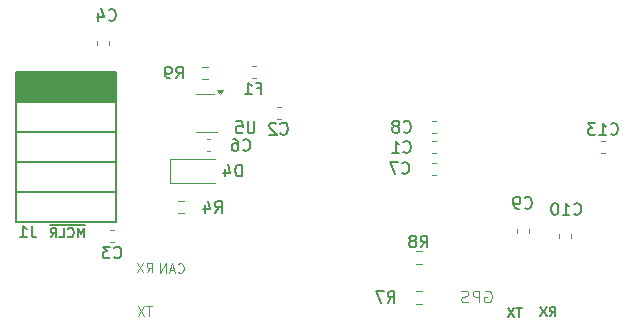
<source format=gbo>
%TF.GenerationSoftware,KiCad,Pcbnew,9.0.5+dfsg-1*%
%TF.CreationDate,2026-01-16T04:56:34+00:00*%
%TF.ProjectId,gps_2,6770735f-322e-46b6-9963-61645f706362,AA*%
%TF.SameCoordinates,Original*%
%TF.FileFunction,Legend,Bot*%
%TF.FilePolarity,Positive*%
%FSLAX46Y46*%
G04 Gerber Fmt 4.6, Leading zero omitted, Abs format (unit mm)*
G04 Created by KiCad (PCBNEW 9.0.5+dfsg-1) date 2026-01-16 04:56:34*
%MOMM*%
%LPD*%
G01*
G04 APERTURE LIST*
%ADD10C,0.125000*%
%ADD11C,0.150000*%
%ADD12C,0.100000*%
%ADD13C,0.160020*%
%ADD14C,0.120000*%
G04 APERTURE END LIST*
D10*
X170055859Y-126468738D02*
X170151097Y-126421119D01*
X170151097Y-126421119D02*
X170293954Y-126421119D01*
X170293954Y-126421119D02*
X170436811Y-126468738D01*
X170436811Y-126468738D02*
X170532049Y-126563976D01*
X170532049Y-126563976D02*
X170579668Y-126659214D01*
X170579668Y-126659214D02*
X170627287Y-126849690D01*
X170627287Y-126849690D02*
X170627287Y-126992547D01*
X170627287Y-126992547D02*
X170579668Y-127183023D01*
X170579668Y-127183023D02*
X170532049Y-127278261D01*
X170532049Y-127278261D02*
X170436811Y-127373500D01*
X170436811Y-127373500D02*
X170293954Y-127421119D01*
X170293954Y-127421119D02*
X170198716Y-127421119D01*
X170198716Y-127421119D02*
X170055859Y-127373500D01*
X170055859Y-127373500D02*
X170008240Y-127325880D01*
X170008240Y-127325880D02*
X170008240Y-126992547D01*
X170008240Y-126992547D02*
X170198716Y-126992547D01*
X169579668Y-127421119D02*
X169579668Y-126421119D01*
X169579668Y-126421119D02*
X169198716Y-126421119D01*
X169198716Y-126421119D02*
X169103478Y-126468738D01*
X169103478Y-126468738D02*
X169055859Y-126516357D01*
X169055859Y-126516357D02*
X169008240Y-126611595D01*
X169008240Y-126611595D02*
X169008240Y-126754452D01*
X169008240Y-126754452D02*
X169055859Y-126849690D01*
X169055859Y-126849690D02*
X169103478Y-126897309D01*
X169103478Y-126897309D02*
X169198716Y-126944928D01*
X169198716Y-126944928D02*
X169579668Y-126944928D01*
X168627287Y-127373500D02*
X168484430Y-127421119D01*
X168484430Y-127421119D02*
X168246335Y-127421119D01*
X168246335Y-127421119D02*
X168151097Y-127373500D01*
X168151097Y-127373500D02*
X168103478Y-127325880D01*
X168103478Y-127325880D02*
X168055859Y-127230642D01*
X168055859Y-127230642D02*
X168055859Y-127135404D01*
X168055859Y-127135404D02*
X168103478Y-127040166D01*
X168103478Y-127040166D02*
X168151097Y-126992547D01*
X168151097Y-126992547D02*
X168246335Y-126944928D01*
X168246335Y-126944928D02*
X168436811Y-126897309D01*
X168436811Y-126897309D02*
X168532049Y-126849690D01*
X168532049Y-126849690D02*
X168579668Y-126802071D01*
X168579668Y-126802071D02*
X168627287Y-126706833D01*
X168627287Y-126706833D02*
X168627287Y-126611595D01*
X168627287Y-126611595D02*
X168579668Y-126516357D01*
X168579668Y-126516357D02*
X168532049Y-126468738D01*
X168532049Y-126468738D02*
X168436811Y-126421119D01*
X168436811Y-126421119D02*
X168198716Y-126421119D01*
X168198716Y-126421119D02*
X168055859Y-126468738D01*
D11*
X173177123Y-127883095D02*
X172719980Y-127883095D01*
X172948552Y-128683095D02*
X172948552Y-127883095D01*
X172529504Y-127883095D02*
X171996170Y-128683095D01*
X171996170Y-127883095D02*
X172529504Y-128683095D01*
D12*
X141833523Y-127758695D02*
X141376380Y-127758695D01*
X141604952Y-128558695D02*
X141604952Y-127758695D01*
X141185904Y-127758695D02*
X140652570Y-128558695D01*
X140652570Y-127758695D02*
X141185904Y-128558695D01*
D11*
X175553332Y-128606895D02*
X175819999Y-128225942D01*
X176010475Y-128606895D02*
X176010475Y-127806895D01*
X176010475Y-127806895D02*
X175705713Y-127806895D01*
X175705713Y-127806895D02*
X175629523Y-127844990D01*
X175629523Y-127844990D02*
X175591428Y-127883085D01*
X175591428Y-127883085D02*
X175553332Y-127959276D01*
X175553332Y-127959276D02*
X175553332Y-128073561D01*
X175553332Y-128073561D02*
X175591428Y-128149752D01*
X175591428Y-128149752D02*
X175629523Y-128187847D01*
X175629523Y-128187847D02*
X175705713Y-128225942D01*
X175705713Y-128225942D02*
X176010475Y-128225942D01*
X175286666Y-127806895D02*
X174753332Y-128606895D01*
X174753332Y-127806895D02*
X175286666Y-128606895D01*
D12*
X144066591Y-124839504D02*
X144104687Y-124877600D01*
X144104687Y-124877600D02*
X144218972Y-124915695D01*
X144218972Y-124915695D02*
X144295163Y-124915695D01*
X144295163Y-124915695D02*
X144409449Y-124877600D01*
X144409449Y-124877600D02*
X144485639Y-124801409D01*
X144485639Y-124801409D02*
X144523734Y-124725219D01*
X144523734Y-124725219D02*
X144561830Y-124572838D01*
X144561830Y-124572838D02*
X144561830Y-124458552D01*
X144561830Y-124458552D02*
X144523734Y-124306171D01*
X144523734Y-124306171D02*
X144485639Y-124229980D01*
X144485639Y-124229980D02*
X144409449Y-124153790D01*
X144409449Y-124153790D02*
X144295163Y-124115695D01*
X144295163Y-124115695D02*
X144218972Y-124115695D01*
X144218972Y-124115695D02*
X144104687Y-124153790D01*
X144104687Y-124153790D02*
X144066591Y-124191885D01*
X143761830Y-124687123D02*
X143380877Y-124687123D01*
X143838020Y-124915695D02*
X143571353Y-124115695D01*
X143571353Y-124115695D02*
X143304687Y-124915695D01*
X143038020Y-124915695D02*
X143038020Y-124115695D01*
X143038020Y-124115695D02*
X142580877Y-124915695D01*
X142580877Y-124915695D02*
X142580877Y-124115695D01*
X141408132Y-124875695D02*
X141674799Y-124494742D01*
X141865275Y-124875695D02*
X141865275Y-124075695D01*
X141865275Y-124075695D02*
X141560513Y-124075695D01*
X141560513Y-124075695D02*
X141484323Y-124113790D01*
X141484323Y-124113790D02*
X141446228Y-124151885D01*
X141446228Y-124151885D02*
X141408132Y-124228076D01*
X141408132Y-124228076D02*
X141408132Y-124342361D01*
X141408132Y-124342361D02*
X141446228Y-124418552D01*
X141446228Y-124418552D02*
X141484323Y-124456647D01*
X141484323Y-124456647D02*
X141560513Y-124494742D01*
X141560513Y-124494742D02*
X141865275Y-124494742D01*
X141141466Y-124075695D02*
X140608132Y-124875695D01*
X140608132Y-124075695D02*
X141141466Y-124875695D01*
D13*
X136104224Y-121893761D02*
X136104224Y-121093661D01*
X136104224Y-121093661D02*
X135837524Y-121665161D01*
X135837524Y-121665161D02*
X135570824Y-121093661D01*
X135570824Y-121093661D02*
X135570824Y-121893761D01*
X134732624Y-121817561D02*
X134770724Y-121855661D01*
X134770724Y-121855661D02*
X134885024Y-121893761D01*
X134885024Y-121893761D02*
X134961224Y-121893761D01*
X134961224Y-121893761D02*
X135075524Y-121855661D01*
X135075524Y-121855661D02*
X135151724Y-121779461D01*
X135151724Y-121779461D02*
X135189824Y-121703261D01*
X135189824Y-121703261D02*
X135227924Y-121550861D01*
X135227924Y-121550861D02*
X135227924Y-121436561D01*
X135227924Y-121436561D02*
X135189824Y-121284161D01*
X135189824Y-121284161D02*
X135151724Y-121207961D01*
X135151724Y-121207961D02*
X135075524Y-121131761D01*
X135075524Y-121131761D02*
X134961224Y-121093661D01*
X134961224Y-121093661D02*
X134885024Y-121093661D01*
X134885024Y-121093661D02*
X134770724Y-121131761D01*
X134770724Y-121131761D02*
X134732624Y-121169861D01*
X134008724Y-121893761D02*
X134389724Y-121893761D01*
X134389724Y-121893761D02*
X134389724Y-121093661D01*
X133284824Y-121893761D02*
X133551524Y-121512761D01*
X133742024Y-121893761D02*
X133742024Y-121093661D01*
X133742024Y-121093661D02*
X133437224Y-121093661D01*
X133437224Y-121093661D02*
X133361024Y-121131761D01*
X133361024Y-121131761D02*
X133322924Y-121169861D01*
X133322924Y-121169861D02*
X133284824Y-121246061D01*
X133284824Y-121246061D02*
X133284824Y-121360361D01*
X133284824Y-121360361D02*
X133322924Y-121436561D01*
X133322924Y-121436561D02*
X133361024Y-121474661D01*
X133361024Y-121474661D02*
X133437224Y-121512761D01*
X133437224Y-121512761D02*
X133742024Y-121512761D01*
X136214714Y-120871538D02*
X133212434Y-120871538D01*
D11*
X150777533Y-109278009D02*
X151110866Y-109278009D01*
X151110866Y-109801819D02*
X151110866Y-108801819D01*
X151110866Y-108801819D02*
X150634676Y-108801819D01*
X149729914Y-109801819D02*
X150301342Y-109801819D01*
X150015628Y-109801819D02*
X150015628Y-108801819D01*
X150015628Y-108801819D02*
X150110866Y-108944676D01*
X150110866Y-108944676D02*
X150206104Y-109039914D01*
X150206104Y-109039914D02*
X150301342Y-109087533D01*
X131676733Y-120917619D02*
X131676733Y-121631904D01*
X131676733Y-121631904D02*
X131724352Y-121774761D01*
X131724352Y-121774761D02*
X131819590Y-121870000D01*
X131819590Y-121870000D02*
X131962447Y-121917619D01*
X131962447Y-121917619D02*
X132057685Y-121917619D01*
X130676733Y-121917619D02*
X131248161Y-121917619D01*
X130962447Y-121917619D02*
X130962447Y-120917619D01*
X130962447Y-120917619D02*
X131057685Y-121060476D01*
X131057685Y-121060476D02*
X131152923Y-121155714D01*
X131152923Y-121155714D02*
X131248161Y-121203333D01*
X138190266Y-103483580D02*
X138237885Y-103531200D01*
X138237885Y-103531200D02*
X138380742Y-103578819D01*
X138380742Y-103578819D02*
X138475980Y-103578819D01*
X138475980Y-103578819D02*
X138618837Y-103531200D01*
X138618837Y-103531200D02*
X138714075Y-103435961D01*
X138714075Y-103435961D02*
X138761694Y-103340723D01*
X138761694Y-103340723D02*
X138809313Y-103150247D01*
X138809313Y-103150247D02*
X138809313Y-103007390D01*
X138809313Y-103007390D02*
X138761694Y-102816914D01*
X138761694Y-102816914D02*
X138714075Y-102721676D01*
X138714075Y-102721676D02*
X138618837Y-102626438D01*
X138618837Y-102626438D02*
X138475980Y-102578819D01*
X138475980Y-102578819D02*
X138380742Y-102578819D01*
X138380742Y-102578819D02*
X138237885Y-102626438D01*
X138237885Y-102626438D02*
X138190266Y-102674057D01*
X137333123Y-102912152D02*
X137333123Y-103578819D01*
X137571218Y-102531200D02*
X137809313Y-103245485D01*
X137809313Y-103245485D02*
X137190266Y-103245485D01*
X149463094Y-116754819D02*
X149463094Y-115754819D01*
X149463094Y-115754819D02*
X149224999Y-115754819D01*
X149224999Y-115754819D02*
X149082142Y-115802438D01*
X149082142Y-115802438D02*
X148986904Y-115897676D01*
X148986904Y-115897676D02*
X148939285Y-115992914D01*
X148939285Y-115992914D02*
X148891666Y-116183390D01*
X148891666Y-116183390D02*
X148891666Y-116326247D01*
X148891666Y-116326247D02*
X148939285Y-116516723D01*
X148939285Y-116516723D02*
X148986904Y-116611961D01*
X148986904Y-116611961D02*
X149082142Y-116707200D01*
X149082142Y-116707200D02*
X149224999Y-116754819D01*
X149224999Y-116754819D02*
X149463094Y-116754819D01*
X148034523Y-116088152D02*
X148034523Y-116754819D01*
X148272618Y-115707200D02*
X148510713Y-116421485D01*
X148510713Y-116421485D02*
X147891666Y-116421485D01*
X147186666Y-119844819D02*
X147519999Y-119368628D01*
X147758094Y-119844819D02*
X147758094Y-118844819D01*
X147758094Y-118844819D02*
X147377142Y-118844819D01*
X147377142Y-118844819D02*
X147281904Y-118892438D01*
X147281904Y-118892438D02*
X147234285Y-118940057D01*
X147234285Y-118940057D02*
X147186666Y-119035295D01*
X147186666Y-119035295D02*
X147186666Y-119178152D01*
X147186666Y-119178152D02*
X147234285Y-119273390D01*
X147234285Y-119273390D02*
X147281904Y-119321009D01*
X147281904Y-119321009D02*
X147377142Y-119368628D01*
X147377142Y-119368628D02*
X147758094Y-119368628D01*
X146329523Y-119178152D02*
X146329523Y-119844819D01*
X146567618Y-118797200D02*
X146805713Y-119511485D01*
X146805713Y-119511485D02*
X146186666Y-119511485D01*
X161809166Y-127464819D02*
X162142499Y-126988628D01*
X162380594Y-127464819D02*
X162380594Y-126464819D01*
X162380594Y-126464819D02*
X161999642Y-126464819D01*
X161999642Y-126464819D02*
X161904404Y-126512438D01*
X161904404Y-126512438D02*
X161856785Y-126560057D01*
X161856785Y-126560057D02*
X161809166Y-126655295D01*
X161809166Y-126655295D02*
X161809166Y-126798152D01*
X161809166Y-126798152D02*
X161856785Y-126893390D01*
X161856785Y-126893390D02*
X161904404Y-126941009D01*
X161904404Y-126941009D02*
X161999642Y-126988628D01*
X161999642Y-126988628D02*
X162380594Y-126988628D01*
X161475832Y-126464819D02*
X160809166Y-126464819D01*
X160809166Y-126464819D02*
X161237737Y-127464819D01*
X150531904Y-112094819D02*
X150531904Y-112904342D01*
X150531904Y-112904342D02*
X150484285Y-112999580D01*
X150484285Y-112999580D02*
X150436666Y-113047200D01*
X150436666Y-113047200D02*
X150341428Y-113094819D01*
X150341428Y-113094819D02*
X150150952Y-113094819D01*
X150150952Y-113094819D02*
X150055714Y-113047200D01*
X150055714Y-113047200D02*
X150008095Y-112999580D01*
X150008095Y-112999580D02*
X149960476Y-112904342D01*
X149960476Y-112904342D02*
X149960476Y-112094819D01*
X149008095Y-112094819D02*
X149484285Y-112094819D01*
X149484285Y-112094819D02*
X149531904Y-112571009D01*
X149531904Y-112571009D02*
X149484285Y-112523390D01*
X149484285Y-112523390D02*
X149389047Y-112475771D01*
X149389047Y-112475771D02*
X149150952Y-112475771D01*
X149150952Y-112475771D02*
X149055714Y-112523390D01*
X149055714Y-112523390D02*
X149008095Y-112571009D01*
X149008095Y-112571009D02*
X148960476Y-112666247D01*
X148960476Y-112666247D02*
X148960476Y-112904342D01*
X148960476Y-112904342D02*
X149008095Y-112999580D01*
X149008095Y-112999580D02*
X149055714Y-113047200D01*
X149055714Y-113047200D02*
X149150952Y-113094819D01*
X149150952Y-113094819D02*
X149389047Y-113094819D01*
X149389047Y-113094819D02*
X149484285Y-113047200D01*
X149484285Y-113047200D02*
X149531904Y-112999580D01*
X138647466Y-123600380D02*
X138695085Y-123648000D01*
X138695085Y-123648000D02*
X138837942Y-123695619D01*
X138837942Y-123695619D02*
X138933180Y-123695619D01*
X138933180Y-123695619D02*
X139076037Y-123648000D01*
X139076037Y-123648000D02*
X139171275Y-123552761D01*
X139171275Y-123552761D02*
X139218894Y-123457523D01*
X139218894Y-123457523D02*
X139266513Y-123267047D01*
X139266513Y-123267047D02*
X139266513Y-123124190D01*
X139266513Y-123124190D02*
X139218894Y-122933714D01*
X139218894Y-122933714D02*
X139171275Y-122838476D01*
X139171275Y-122838476D02*
X139076037Y-122743238D01*
X139076037Y-122743238D02*
X138933180Y-122695619D01*
X138933180Y-122695619D02*
X138837942Y-122695619D01*
X138837942Y-122695619D02*
X138695085Y-122743238D01*
X138695085Y-122743238D02*
X138647466Y-122790857D01*
X138314132Y-122695619D02*
X137695085Y-122695619D01*
X137695085Y-122695619D02*
X138028418Y-123076571D01*
X138028418Y-123076571D02*
X137885561Y-123076571D01*
X137885561Y-123076571D02*
X137790323Y-123124190D01*
X137790323Y-123124190D02*
X137742704Y-123171809D01*
X137742704Y-123171809D02*
X137695085Y-123267047D01*
X137695085Y-123267047D02*
X137695085Y-123505142D01*
X137695085Y-123505142D02*
X137742704Y-123600380D01*
X137742704Y-123600380D02*
X137790323Y-123648000D01*
X137790323Y-123648000D02*
X137885561Y-123695619D01*
X137885561Y-123695619D02*
X138171275Y-123695619D01*
X138171275Y-123695619D02*
X138266513Y-123648000D01*
X138266513Y-123648000D02*
X138314132Y-123600380D01*
X149566666Y-114484580D02*
X149614285Y-114532200D01*
X149614285Y-114532200D02*
X149757142Y-114579819D01*
X149757142Y-114579819D02*
X149852380Y-114579819D01*
X149852380Y-114579819D02*
X149995237Y-114532200D01*
X149995237Y-114532200D02*
X150090475Y-114436961D01*
X150090475Y-114436961D02*
X150138094Y-114341723D01*
X150138094Y-114341723D02*
X150185713Y-114151247D01*
X150185713Y-114151247D02*
X150185713Y-114008390D01*
X150185713Y-114008390D02*
X150138094Y-113817914D01*
X150138094Y-113817914D02*
X150090475Y-113722676D01*
X150090475Y-113722676D02*
X149995237Y-113627438D01*
X149995237Y-113627438D02*
X149852380Y-113579819D01*
X149852380Y-113579819D02*
X149757142Y-113579819D01*
X149757142Y-113579819D02*
X149614285Y-113627438D01*
X149614285Y-113627438D02*
X149566666Y-113675057D01*
X148709523Y-113579819D02*
X148899999Y-113579819D01*
X148899999Y-113579819D02*
X148995237Y-113627438D01*
X148995237Y-113627438D02*
X149042856Y-113675057D01*
X149042856Y-113675057D02*
X149138094Y-113817914D01*
X149138094Y-113817914D02*
X149185713Y-114008390D01*
X149185713Y-114008390D02*
X149185713Y-114389342D01*
X149185713Y-114389342D02*
X149138094Y-114484580D01*
X149138094Y-114484580D02*
X149090475Y-114532200D01*
X149090475Y-114532200D02*
X148995237Y-114579819D01*
X148995237Y-114579819D02*
X148804761Y-114579819D01*
X148804761Y-114579819D02*
X148709523Y-114532200D01*
X148709523Y-114532200D02*
X148661904Y-114484580D01*
X148661904Y-114484580D02*
X148614285Y-114389342D01*
X148614285Y-114389342D02*
X148614285Y-114151247D01*
X148614285Y-114151247D02*
X148661904Y-114056009D01*
X148661904Y-114056009D02*
X148709523Y-114008390D01*
X148709523Y-114008390D02*
X148804761Y-113960771D01*
X148804761Y-113960771D02*
X148995237Y-113960771D01*
X148995237Y-113960771D02*
X149090475Y-114008390D01*
X149090475Y-114008390D02*
X149138094Y-114056009D01*
X149138094Y-114056009D02*
X149185713Y-114151247D01*
X152744466Y-113110180D02*
X152792085Y-113157800D01*
X152792085Y-113157800D02*
X152934942Y-113205419D01*
X152934942Y-113205419D02*
X153030180Y-113205419D01*
X153030180Y-113205419D02*
X153173037Y-113157800D01*
X153173037Y-113157800D02*
X153268275Y-113062561D01*
X153268275Y-113062561D02*
X153315894Y-112967323D01*
X153315894Y-112967323D02*
X153363513Y-112776847D01*
X153363513Y-112776847D02*
X153363513Y-112633990D01*
X153363513Y-112633990D02*
X153315894Y-112443514D01*
X153315894Y-112443514D02*
X153268275Y-112348276D01*
X153268275Y-112348276D02*
X153173037Y-112253038D01*
X153173037Y-112253038D02*
X153030180Y-112205419D01*
X153030180Y-112205419D02*
X152934942Y-112205419D01*
X152934942Y-112205419D02*
X152792085Y-112253038D01*
X152792085Y-112253038D02*
X152744466Y-112300657D01*
X152363513Y-112300657D02*
X152315894Y-112253038D01*
X152315894Y-112253038D02*
X152220656Y-112205419D01*
X152220656Y-112205419D02*
X151982561Y-112205419D01*
X151982561Y-112205419D02*
X151887323Y-112253038D01*
X151887323Y-112253038D02*
X151839704Y-112300657D01*
X151839704Y-112300657D02*
X151792085Y-112395895D01*
X151792085Y-112395895D02*
X151792085Y-112491133D01*
X151792085Y-112491133D02*
X151839704Y-112633990D01*
X151839704Y-112633990D02*
X152411132Y-113205419D01*
X152411132Y-113205419D02*
X151792085Y-113205419D01*
X143905266Y-108454819D02*
X144238599Y-107978628D01*
X144476694Y-108454819D02*
X144476694Y-107454819D01*
X144476694Y-107454819D02*
X144095742Y-107454819D01*
X144095742Y-107454819D02*
X144000504Y-107502438D01*
X144000504Y-107502438D02*
X143952885Y-107550057D01*
X143952885Y-107550057D02*
X143905266Y-107645295D01*
X143905266Y-107645295D02*
X143905266Y-107788152D01*
X143905266Y-107788152D02*
X143952885Y-107883390D01*
X143952885Y-107883390D02*
X144000504Y-107931009D01*
X144000504Y-107931009D02*
X144095742Y-107978628D01*
X144095742Y-107978628D02*
X144476694Y-107978628D01*
X143429075Y-108454819D02*
X143238599Y-108454819D01*
X143238599Y-108454819D02*
X143143361Y-108407200D01*
X143143361Y-108407200D02*
X143095742Y-108359580D01*
X143095742Y-108359580D02*
X143000504Y-108216723D01*
X143000504Y-108216723D02*
X142952885Y-108026247D01*
X142952885Y-108026247D02*
X142952885Y-107645295D01*
X142952885Y-107645295D02*
X143000504Y-107550057D01*
X143000504Y-107550057D02*
X143048123Y-107502438D01*
X143048123Y-107502438D02*
X143143361Y-107454819D01*
X143143361Y-107454819D02*
X143333837Y-107454819D01*
X143333837Y-107454819D02*
X143429075Y-107502438D01*
X143429075Y-107502438D02*
X143476694Y-107550057D01*
X143476694Y-107550057D02*
X143524313Y-107645295D01*
X143524313Y-107645295D02*
X143524313Y-107883390D01*
X143524313Y-107883390D02*
X143476694Y-107978628D01*
X143476694Y-107978628D02*
X143429075Y-108026247D01*
X143429075Y-108026247D02*
X143333837Y-108073866D01*
X143333837Y-108073866D02*
X143143361Y-108073866D01*
X143143361Y-108073866D02*
X143048123Y-108026247D01*
X143048123Y-108026247D02*
X143000504Y-107978628D01*
X143000504Y-107978628D02*
X142952885Y-107883390D01*
X164606666Y-122755819D02*
X164939999Y-122279628D01*
X165178094Y-122755819D02*
X165178094Y-121755819D01*
X165178094Y-121755819D02*
X164797142Y-121755819D01*
X164797142Y-121755819D02*
X164701904Y-121803438D01*
X164701904Y-121803438D02*
X164654285Y-121851057D01*
X164654285Y-121851057D02*
X164606666Y-121946295D01*
X164606666Y-121946295D02*
X164606666Y-122089152D01*
X164606666Y-122089152D02*
X164654285Y-122184390D01*
X164654285Y-122184390D02*
X164701904Y-122232009D01*
X164701904Y-122232009D02*
X164797142Y-122279628D01*
X164797142Y-122279628D02*
X165178094Y-122279628D01*
X164035237Y-122184390D02*
X164130475Y-122136771D01*
X164130475Y-122136771D02*
X164178094Y-122089152D01*
X164178094Y-122089152D02*
X164225713Y-121993914D01*
X164225713Y-121993914D02*
X164225713Y-121946295D01*
X164225713Y-121946295D02*
X164178094Y-121851057D01*
X164178094Y-121851057D02*
X164130475Y-121803438D01*
X164130475Y-121803438D02*
X164035237Y-121755819D01*
X164035237Y-121755819D02*
X163844761Y-121755819D01*
X163844761Y-121755819D02*
X163749523Y-121803438D01*
X163749523Y-121803438D02*
X163701904Y-121851057D01*
X163701904Y-121851057D02*
X163654285Y-121946295D01*
X163654285Y-121946295D02*
X163654285Y-121993914D01*
X163654285Y-121993914D02*
X163701904Y-122089152D01*
X163701904Y-122089152D02*
X163749523Y-122136771D01*
X163749523Y-122136771D02*
X163844761Y-122184390D01*
X163844761Y-122184390D02*
X164035237Y-122184390D01*
X164035237Y-122184390D02*
X164130475Y-122232009D01*
X164130475Y-122232009D02*
X164178094Y-122279628D01*
X164178094Y-122279628D02*
X164225713Y-122374866D01*
X164225713Y-122374866D02*
X164225713Y-122565342D01*
X164225713Y-122565342D02*
X164178094Y-122660580D01*
X164178094Y-122660580D02*
X164130475Y-122708200D01*
X164130475Y-122708200D02*
X164035237Y-122755819D01*
X164035237Y-122755819D02*
X163844761Y-122755819D01*
X163844761Y-122755819D02*
X163749523Y-122708200D01*
X163749523Y-122708200D02*
X163701904Y-122660580D01*
X163701904Y-122660580D02*
X163654285Y-122565342D01*
X163654285Y-122565342D02*
X163654285Y-122374866D01*
X163654285Y-122374866D02*
X163701904Y-122279628D01*
X163701904Y-122279628D02*
X163749523Y-122232009D01*
X163749523Y-122232009D02*
X163844761Y-122184390D01*
X180695357Y-113149580D02*
X180742976Y-113197200D01*
X180742976Y-113197200D02*
X180885833Y-113244819D01*
X180885833Y-113244819D02*
X180981071Y-113244819D01*
X180981071Y-113244819D02*
X181123928Y-113197200D01*
X181123928Y-113197200D02*
X181219166Y-113101961D01*
X181219166Y-113101961D02*
X181266785Y-113006723D01*
X181266785Y-113006723D02*
X181314404Y-112816247D01*
X181314404Y-112816247D02*
X181314404Y-112673390D01*
X181314404Y-112673390D02*
X181266785Y-112482914D01*
X181266785Y-112482914D02*
X181219166Y-112387676D01*
X181219166Y-112387676D02*
X181123928Y-112292438D01*
X181123928Y-112292438D02*
X180981071Y-112244819D01*
X180981071Y-112244819D02*
X180885833Y-112244819D01*
X180885833Y-112244819D02*
X180742976Y-112292438D01*
X180742976Y-112292438D02*
X180695357Y-112340057D01*
X179742976Y-113244819D02*
X180314404Y-113244819D01*
X180028690Y-113244819D02*
X180028690Y-112244819D01*
X180028690Y-112244819D02*
X180123928Y-112387676D01*
X180123928Y-112387676D02*
X180219166Y-112482914D01*
X180219166Y-112482914D02*
X180314404Y-112530533D01*
X179409642Y-112244819D02*
X178790595Y-112244819D01*
X178790595Y-112244819D02*
X179123928Y-112625771D01*
X179123928Y-112625771D02*
X178981071Y-112625771D01*
X178981071Y-112625771D02*
X178885833Y-112673390D01*
X178885833Y-112673390D02*
X178838214Y-112721009D01*
X178838214Y-112721009D02*
X178790595Y-112816247D01*
X178790595Y-112816247D02*
X178790595Y-113054342D01*
X178790595Y-113054342D02*
X178838214Y-113149580D01*
X178838214Y-113149580D02*
X178885833Y-113197200D01*
X178885833Y-113197200D02*
X178981071Y-113244819D01*
X178981071Y-113244819D02*
X179266785Y-113244819D01*
X179266785Y-113244819D02*
X179362023Y-113197200D01*
X179362023Y-113197200D02*
X179409642Y-113149580D01*
X163166666Y-112954580D02*
X163214285Y-113002200D01*
X163214285Y-113002200D02*
X163357142Y-113049819D01*
X163357142Y-113049819D02*
X163452380Y-113049819D01*
X163452380Y-113049819D02*
X163595237Y-113002200D01*
X163595237Y-113002200D02*
X163690475Y-112906961D01*
X163690475Y-112906961D02*
X163738094Y-112811723D01*
X163738094Y-112811723D02*
X163785713Y-112621247D01*
X163785713Y-112621247D02*
X163785713Y-112478390D01*
X163785713Y-112478390D02*
X163738094Y-112287914D01*
X163738094Y-112287914D02*
X163690475Y-112192676D01*
X163690475Y-112192676D02*
X163595237Y-112097438D01*
X163595237Y-112097438D02*
X163452380Y-112049819D01*
X163452380Y-112049819D02*
X163357142Y-112049819D01*
X163357142Y-112049819D02*
X163214285Y-112097438D01*
X163214285Y-112097438D02*
X163166666Y-112145057D01*
X162595237Y-112478390D02*
X162690475Y-112430771D01*
X162690475Y-112430771D02*
X162738094Y-112383152D01*
X162738094Y-112383152D02*
X162785713Y-112287914D01*
X162785713Y-112287914D02*
X162785713Y-112240295D01*
X162785713Y-112240295D02*
X162738094Y-112145057D01*
X162738094Y-112145057D02*
X162690475Y-112097438D01*
X162690475Y-112097438D02*
X162595237Y-112049819D01*
X162595237Y-112049819D02*
X162404761Y-112049819D01*
X162404761Y-112049819D02*
X162309523Y-112097438D01*
X162309523Y-112097438D02*
X162261904Y-112145057D01*
X162261904Y-112145057D02*
X162214285Y-112240295D01*
X162214285Y-112240295D02*
X162214285Y-112287914D01*
X162214285Y-112287914D02*
X162261904Y-112383152D01*
X162261904Y-112383152D02*
X162309523Y-112430771D01*
X162309523Y-112430771D02*
X162404761Y-112478390D01*
X162404761Y-112478390D02*
X162595237Y-112478390D01*
X162595237Y-112478390D02*
X162690475Y-112526009D01*
X162690475Y-112526009D02*
X162738094Y-112573628D01*
X162738094Y-112573628D02*
X162785713Y-112668866D01*
X162785713Y-112668866D02*
X162785713Y-112859342D01*
X162785713Y-112859342D02*
X162738094Y-112954580D01*
X162738094Y-112954580D02*
X162690475Y-113002200D01*
X162690475Y-113002200D02*
X162595237Y-113049819D01*
X162595237Y-113049819D02*
X162404761Y-113049819D01*
X162404761Y-113049819D02*
X162309523Y-113002200D01*
X162309523Y-113002200D02*
X162261904Y-112954580D01*
X162261904Y-112954580D02*
X162214285Y-112859342D01*
X162214285Y-112859342D02*
X162214285Y-112668866D01*
X162214285Y-112668866D02*
X162261904Y-112573628D01*
X162261904Y-112573628D02*
X162309523Y-112526009D01*
X162309523Y-112526009D02*
X162404761Y-112478390D01*
X163036666Y-116449580D02*
X163084285Y-116497200D01*
X163084285Y-116497200D02*
X163227142Y-116544819D01*
X163227142Y-116544819D02*
X163322380Y-116544819D01*
X163322380Y-116544819D02*
X163465237Y-116497200D01*
X163465237Y-116497200D02*
X163560475Y-116401961D01*
X163560475Y-116401961D02*
X163608094Y-116306723D01*
X163608094Y-116306723D02*
X163655713Y-116116247D01*
X163655713Y-116116247D02*
X163655713Y-115973390D01*
X163655713Y-115973390D02*
X163608094Y-115782914D01*
X163608094Y-115782914D02*
X163560475Y-115687676D01*
X163560475Y-115687676D02*
X163465237Y-115592438D01*
X163465237Y-115592438D02*
X163322380Y-115544819D01*
X163322380Y-115544819D02*
X163227142Y-115544819D01*
X163227142Y-115544819D02*
X163084285Y-115592438D01*
X163084285Y-115592438D02*
X163036666Y-115640057D01*
X162703332Y-115544819D02*
X162036666Y-115544819D01*
X162036666Y-115544819D02*
X162465237Y-116544819D01*
X163156666Y-114659580D02*
X163204285Y-114707200D01*
X163204285Y-114707200D02*
X163347142Y-114754819D01*
X163347142Y-114754819D02*
X163442380Y-114754819D01*
X163442380Y-114754819D02*
X163585237Y-114707200D01*
X163585237Y-114707200D02*
X163680475Y-114611961D01*
X163680475Y-114611961D02*
X163728094Y-114516723D01*
X163728094Y-114516723D02*
X163775713Y-114326247D01*
X163775713Y-114326247D02*
X163775713Y-114183390D01*
X163775713Y-114183390D02*
X163728094Y-113992914D01*
X163728094Y-113992914D02*
X163680475Y-113897676D01*
X163680475Y-113897676D02*
X163585237Y-113802438D01*
X163585237Y-113802438D02*
X163442380Y-113754819D01*
X163442380Y-113754819D02*
X163347142Y-113754819D01*
X163347142Y-113754819D02*
X163204285Y-113802438D01*
X163204285Y-113802438D02*
X163156666Y-113850057D01*
X162204285Y-114754819D02*
X162775713Y-114754819D01*
X162489999Y-114754819D02*
X162489999Y-113754819D01*
X162489999Y-113754819D02*
X162585237Y-113897676D01*
X162585237Y-113897676D02*
X162680475Y-113992914D01*
X162680475Y-113992914D02*
X162775713Y-114040533D01*
X177592807Y-119917380D02*
X177640426Y-119965000D01*
X177640426Y-119965000D02*
X177783283Y-120012619D01*
X177783283Y-120012619D02*
X177878521Y-120012619D01*
X177878521Y-120012619D02*
X178021378Y-119965000D01*
X178021378Y-119965000D02*
X178116616Y-119869761D01*
X178116616Y-119869761D02*
X178164235Y-119774523D01*
X178164235Y-119774523D02*
X178211854Y-119584047D01*
X178211854Y-119584047D02*
X178211854Y-119441190D01*
X178211854Y-119441190D02*
X178164235Y-119250714D01*
X178164235Y-119250714D02*
X178116616Y-119155476D01*
X178116616Y-119155476D02*
X178021378Y-119060238D01*
X178021378Y-119060238D02*
X177878521Y-119012619D01*
X177878521Y-119012619D02*
X177783283Y-119012619D01*
X177783283Y-119012619D02*
X177640426Y-119060238D01*
X177640426Y-119060238D02*
X177592807Y-119107857D01*
X176640426Y-120012619D02*
X177211854Y-120012619D01*
X176926140Y-120012619D02*
X176926140Y-119012619D01*
X176926140Y-119012619D02*
X177021378Y-119155476D01*
X177021378Y-119155476D02*
X177116616Y-119250714D01*
X177116616Y-119250714D02*
X177211854Y-119298333D01*
X176021378Y-119012619D02*
X175926140Y-119012619D01*
X175926140Y-119012619D02*
X175830902Y-119060238D01*
X175830902Y-119060238D02*
X175783283Y-119107857D01*
X175783283Y-119107857D02*
X175735664Y-119203095D01*
X175735664Y-119203095D02*
X175688045Y-119393571D01*
X175688045Y-119393571D02*
X175688045Y-119631666D01*
X175688045Y-119631666D02*
X175735664Y-119822142D01*
X175735664Y-119822142D02*
X175783283Y-119917380D01*
X175783283Y-119917380D02*
X175830902Y-119965000D01*
X175830902Y-119965000D02*
X175926140Y-120012619D01*
X175926140Y-120012619D02*
X176021378Y-120012619D01*
X176021378Y-120012619D02*
X176116616Y-119965000D01*
X176116616Y-119965000D02*
X176164235Y-119917380D01*
X176164235Y-119917380D02*
X176211854Y-119822142D01*
X176211854Y-119822142D02*
X176259473Y-119631666D01*
X176259473Y-119631666D02*
X176259473Y-119393571D01*
X176259473Y-119393571D02*
X176211854Y-119203095D01*
X176211854Y-119203095D02*
X176164235Y-119107857D01*
X176164235Y-119107857D02*
X176116616Y-119060238D01*
X176116616Y-119060238D02*
X176021378Y-119012619D01*
X173416666Y-119384180D02*
X173464285Y-119431800D01*
X173464285Y-119431800D02*
X173607142Y-119479419D01*
X173607142Y-119479419D02*
X173702380Y-119479419D01*
X173702380Y-119479419D02*
X173845237Y-119431800D01*
X173845237Y-119431800D02*
X173940475Y-119336561D01*
X173940475Y-119336561D02*
X173988094Y-119241323D01*
X173988094Y-119241323D02*
X174035713Y-119050847D01*
X174035713Y-119050847D02*
X174035713Y-118907990D01*
X174035713Y-118907990D02*
X173988094Y-118717514D01*
X173988094Y-118717514D02*
X173940475Y-118622276D01*
X173940475Y-118622276D02*
X173845237Y-118527038D01*
X173845237Y-118527038D02*
X173702380Y-118479419D01*
X173702380Y-118479419D02*
X173607142Y-118479419D01*
X173607142Y-118479419D02*
X173464285Y-118527038D01*
X173464285Y-118527038D02*
X173416666Y-118574657D01*
X172940475Y-119479419D02*
X172749999Y-119479419D01*
X172749999Y-119479419D02*
X172654761Y-119431800D01*
X172654761Y-119431800D02*
X172607142Y-119384180D01*
X172607142Y-119384180D02*
X172511904Y-119241323D01*
X172511904Y-119241323D02*
X172464285Y-119050847D01*
X172464285Y-119050847D02*
X172464285Y-118669895D01*
X172464285Y-118669895D02*
X172511904Y-118574657D01*
X172511904Y-118574657D02*
X172559523Y-118527038D01*
X172559523Y-118527038D02*
X172654761Y-118479419D01*
X172654761Y-118479419D02*
X172845237Y-118479419D01*
X172845237Y-118479419D02*
X172940475Y-118527038D01*
X172940475Y-118527038D02*
X172988094Y-118574657D01*
X172988094Y-118574657D02*
X173035713Y-118669895D01*
X173035713Y-118669895D02*
X173035713Y-118907990D01*
X173035713Y-118907990D02*
X172988094Y-119003228D01*
X172988094Y-119003228D02*
X172940475Y-119050847D01*
X172940475Y-119050847D02*
X172845237Y-119098466D01*
X172845237Y-119098466D02*
X172654761Y-119098466D01*
X172654761Y-119098466D02*
X172559523Y-119050847D01*
X172559523Y-119050847D02*
X172511904Y-119003228D01*
X172511904Y-119003228D02*
X172464285Y-118907990D01*
D14*
%TO.C,F1*%
X150671267Y-107415000D02*
X150328733Y-107415000D01*
X150671267Y-108435000D02*
X150328733Y-108435000D01*
D11*
%TO.C,J1*%
X130350000Y-107880000D02*
X130350000Y-120580000D01*
X138850000Y-107880000D02*
X130350000Y-107880000D01*
X138850000Y-107880000D02*
X138850000Y-120580000D01*
X138850000Y-110420000D02*
X130350000Y-110420000D01*
X138850000Y-112960000D02*
X130350000Y-112960000D01*
X138850000Y-115500000D02*
X130350000Y-115500000D01*
X138850000Y-118040000D02*
X130350000Y-118040000D01*
X138850000Y-120580000D02*
X130350000Y-120580000D01*
X138786200Y-110369200D02*
X130404200Y-110369200D01*
X130404200Y-107930800D01*
X138786200Y-107930800D01*
X138786200Y-110369200D01*
G36*
X138786200Y-110369200D02*
G01*
X130404200Y-110369200D01*
X130404200Y-107930800D01*
X138786200Y-107930800D01*
X138786200Y-110369200D01*
G37*
D14*
%TO.C,C4*%
X137215000Y-105608767D02*
X137215000Y-105316233D01*
X138235000Y-105608767D02*
X138235000Y-105316233D01*
%TO.C,D4*%
X143365000Y-115300000D02*
X147225000Y-115300000D01*
X143365000Y-117300000D02*
X143365000Y-115300000D01*
X143365000Y-117300000D02*
X147225000Y-117300000D01*
%TO.C,R4*%
X144554724Y-118802500D02*
X144045276Y-118802500D01*
X144554724Y-119847500D02*
X144045276Y-119847500D01*
%TO.C,R7*%
X164754724Y-126477500D02*
X164245276Y-126477500D01*
X164754724Y-127522500D02*
X164245276Y-127522500D01*
%TO.C,U5*%
X146350000Y-109740000D02*
X145550000Y-109740000D01*
X146350000Y-109740000D02*
X147150000Y-109740000D01*
X147350000Y-112960000D02*
X145550000Y-112960000D01*
X147650000Y-109790000D02*
X147410000Y-109460000D01*
X147890000Y-109460000D01*
X147650000Y-109790000D01*
G36*
X147650000Y-109790000D02*
G01*
X147410000Y-109460000D01*
X147890000Y-109460000D01*
X147650000Y-109790000D01*
G37*
%TO.C,C3*%
X138333433Y-121257600D02*
X138625967Y-121257600D01*
X138333433Y-122277600D02*
X138625967Y-122277600D01*
%TO.C,C6*%
X146503733Y-113590000D02*
X146796267Y-113590000D01*
X146503733Y-114610000D02*
X146796267Y-114610000D01*
%TO.C,C2*%
X152775967Y-110843600D02*
X152483433Y-110843600D01*
X152775967Y-111863600D02*
X152483433Y-111863600D01*
%TO.C,R9*%
X146135276Y-107467500D02*
X146644724Y-107467500D01*
X146135276Y-108512500D02*
X146644724Y-108512500D01*
%TO.C,R8*%
X164694724Y-123097500D02*
X164185276Y-123097500D01*
X164694724Y-124142500D02*
X164185276Y-124142500D01*
%TO.C,C13*%
X180178767Y-113720000D02*
X179886233Y-113720000D01*
X180178767Y-114740000D02*
X179886233Y-114740000D01*
%TO.C,C8*%
X165896267Y-112080000D02*
X165603733Y-112080000D01*
X165896267Y-113100000D02*
X165603733Y-113100000D01*
%TO.C,C7*%
X165896267Y-115580000D02*
X165603733Y-115580000D01*
X165896267Y-116600000D02*
X165603733Y-116600000D01*
%TO.C,C1*%
X165896267Y-113780000D02*
X165603733Y-113780000D01*
X165896267Y-114800000D02*
X165603733Y-114800000D01*
%TO.C,C10*%
X176340000Y-121653733D02*
X176340000Y-121946267D01*
X177360000Y-121653733D02*
X177360000Y-121946267D01*
%TO.C,C9*%
X172775000Y-121233733D02*
X172775000Y-121526267D01*
X173795000Y-121233733D02*
X173795000Y-121526267D01*
%TD*%
M02*

</source>
